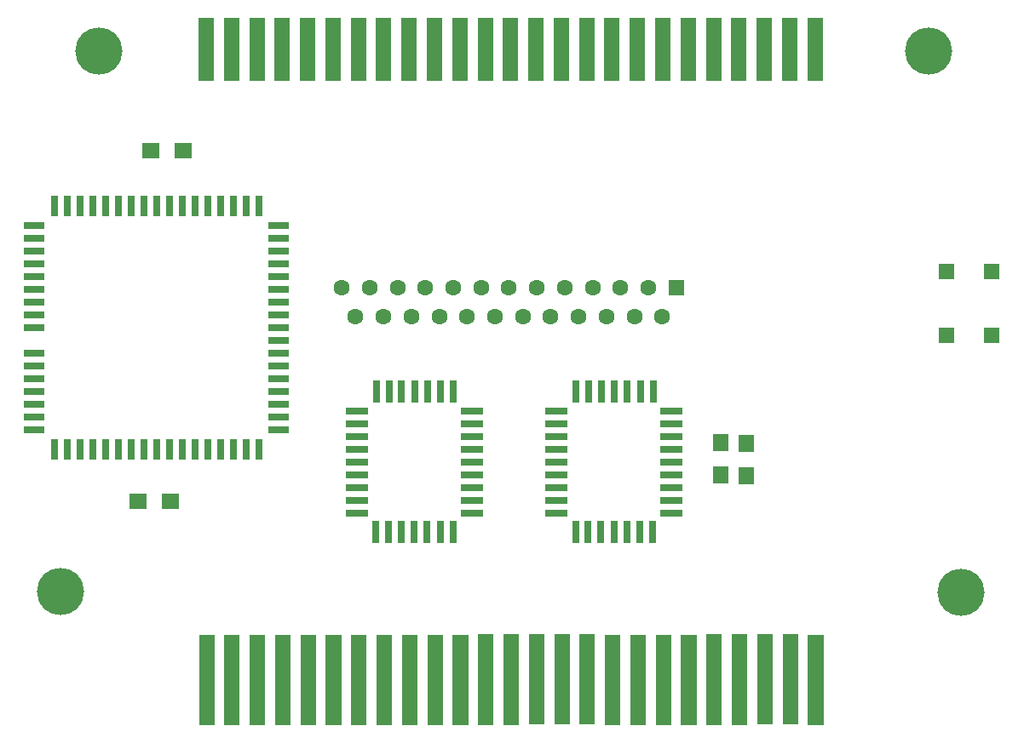
<source format=gbr>
%TF.GenerationSoftware,KiCad,Pcbnew,(6.0.2)*%
%TF.CreationDate,2022-10-23T11:46:50-05:00*%
%TF.ProjectId,REF1451,52454631-3435-4312-9e6b-696361645f70,rev?*%
%TF.SameCoordinates,Original*%
%TF.FileFunction,Soldermask,Top*%
%TF.FilePolarity,Negative*%
%FSLAX46Y46*%
G04 Gerber Fmt 4.6, Leading zero omitted, Abs format (unit mm)*
G04 Created by KiCad (PCBNEW (6.0.2)) date 2022-10-23 11:46:50*
%MOMM*%
%LPD*%
G01*
G04 APERTURE LIST*
%ADD10C,0.000000*%
%ADD11R,1.530000X6.250000*%
%ADD12R,0.700000X2.270000*%
%ADD13R,2.270000X0.700000*%
%ADD14R,1.700000X1.630000*%
%ADD15R,1.630000X1.710000*%
%ADD16C,4.680000*%
%ADD17R,2.000000X0.750000*%
%ADD18R,0.750000X2.000000*%
%ADD19R,1.590000X1.590000*%
%ADD20R,1.630000X1.700000*%
%ADD21R,1.530000X9.000000*%
%ADD22R,1.600000X1.600000*%
%ADD23C,1.600000*%
G04 APERTURE END LIST*
D10*
G36*
X122522900Y-129870900D02*
G01*
X120992900Y-129870900D01*
X120992900Y-120870900D01*
X122522900Y-120870900D01*
X122522900Y-129870900D01*
G37*
G36*
X160349200Y-129867700D02*
G01*
X158819200Y-129867700D01*
X158819200Y-120867700D01*
X160349200Y-120867700D01*
X160349200Y-129867700D01*
G37*
G36*
X162870900Y-129857900D02*
G01*
X161340900Y-129857900D01*
X161340900Y-120857900D01*
X162870900Y-120857900D01*
X162870900Y-129857900D01*
G37*
G36*
X135132200Y-129851700D02*
G01*
X133602200Y-129851700D01*
X133602200Y-120851700D01*
X135132200Y-120851700D01*
X135132200Y-129851700D01*
G37*
G36*
X142696900Y-129849900D02*
G01*
X141166900Y-129849900D01*
X141166900Y-120849900D01*
X142696900Y-120849900D01*
X142696900Y-129849900D01*
G37*
G36*
X147739900Y-129824900D02*
G01*
X146209900Y-129824900D01*
X146209900Y-120824900D01*
X147739900Y-120824900D01*
X147739900Y-129824900D01*
G37*
G36*
X117478900Y-129871900D02*
G01*
X115948900Y-129871900D01*
X115948900Y-120871900D01*
X117478900Y-120871900D01*
X117478900Y-129871900D01*
G37*
G36*
X152783900Y-129809900D02*
G01*
X151253900Y-129809900D01*
X151253900Y-120809900D01*
X152783900Y-120809900D01*
X152783900Y-129809900D01*
G37*
G36*
X165393200Y-129852700D02*
G01*
X163863200Y-129852700D01*
X163863200Y-120852700D01*
X165393200Y-120852700D01*
X165393200Y-129852700D01*
G37*
G36*
X137652900Y-129864900D02*
G01*
X136122900Y-129864900D01*
X136122900Y-120864900D01*
X137652900Y-120864900D01*
X137652900Y-129864900D01*
G37*
G36*
X130088200Y-129866700D02*
G01*
X128558200Y-129866700D01*
X128558200Y-120866700D01*
X130088200Y-120866700D01*
X130088200Y-129866700D01*
G37*
G36*
X175480200Y-129812700D02*
G01*
X173950200Y-129812700D01*
X173950200Y-120812700D01*
X175480200Y-120812700D01*
X175480200Y-129812700D01*
G37*
G36*
X172957900Y-129817900D02*
G01*
X171427900Y-129817900D01*
X171427900Y-120817900D01*
X172957900Y-120817900D01*
X172957900Y-129817900D01*
G37*
G36*
X157826900Y-129872900D02*
G01*
X156296900Y-129872900D01*
X156296900Y-120872900D01*
X157826900Y-120872900D01*
X157826900Y-129872900D01*
G37*
G36*
X120001200Y-129875700D02*
G01*
X118471200Y-129875700D01*
X118471200Y-120875700D01*
X120001200Y-120875700D01*
X120001200Y-129875700D01*
G37*
G36*
X140175200Y-129859700D02*
G01*
X138645200Y-129859700D01*
X138645200Y-120859700D01*
X140175200Y-120859700D01*
X140175200Y-129859700D01*
G37*
G36*
X132609900Y-129856900D02*
G01*
X131079900Y-129856900D01*
X131079900Y-120856900D01*
X132609900Y-120856900D01*
X132609900Y-129856900D01*
G37*
G36*
X127565900Y-129871900D02*
G01*
X126035900Y-129871900D01*
X126035900Y-120871900D01*
X127565900Y-120871900D01*
X127565900Y-129871900D01*
G37*
G36*
X125045200Y-129865700D02*
G01*
X123515200Y-129865700D01*
X123515200Y-120865700D01*
X125045200Y-120865700D01*
X125045200Y-129865700D01*
G37*
G36*
X155306200Y-129804700D02*
G01*
X153776200Y-129804700D01*
X153776200Y-120804700D01*
X155306200Y-120804700D01*
X155306200Y-129804700D01*
G37*
G36*
X167913900Y-129832900D02*
G01*
X166383900Y-129832900D01*
X166383900Y-120832900D01*
X167913900Y-120832900D01*
X167913900Y-129832900D01*
G37*
G36*
X170436200Y-129827700D02*
G01*
X168906200Y-129827700D01*
X168906200Y-120827700D01*
X170436200Y-120827700D01*
X170436200Y-129827700D01*
G37*
G36*
X150262200Y-129819700D02*
G01*
X148732200Y-129819700D01*
X148732200Y-120819700D01*
X150262200Y-120819700D01*
X150262200Y-129819700D01*
G37*
G36*
X145219200Y-129844700D02*
G01*
X143689200Y-129844700D01*
X143689200Y-120844700D01*
X145219200Y-120844700D01*
X145219200Y-129844700D01*
G37*
G36*
X178002200Y-129871700D02*
G01*
X176472200Y-129871700D01*
X176472200Y-120871700D01*
X178002200Y-120871700D01*
X178002200Y-129871700D01*
G37*
D11*
%TO.C,J2*%
X116659000Y-62620000D03*
X119177000Y-62620000D03*
X121702000Y-62620000D03*
X124229000Y-62620000D03*
X126748000Y-62620000D03*
X129267000Y-62620000D03*
X131790000Y-62620000D03*
X134309000Y-62620000D03*
X136828000Y-62620000D03*
X139356000Y-62620000D03*
X141881000Y-62620000D03*
X144402000Y-62620000D03*
X146926000Y-62620000D03*
X149446000Y-62620000D03*
X151966000Y-62620000D03*
X154485000Y-62620000D03*
X157003000Y-62620000D03*
X159527000Y-62620000D03*
X162053000Y-62620000D03*
X164571000Y-62620000D03*
X167091000Y-62620000D03*
X169610000Y-62620000D03*
X172140000Y-62620000D03*
X174666000Y-62620000D03*
X177185000Y-62620000D03*
%TD*%
D12*
%TO.C,U2*%
X137360500Y-110675000D03*
X138629500Y-110674000D03*
X139939500Y-110673000D03*
X141209500Y-110673000D03*
D13*
X143072500Y-108768000D03*
X143075500Y-107538000D03*
X143073500Y-106231000D03*
X143074500Y-104960000D03*
X143076500Y-103728000D03*
X143073500Y-102417000D03*
X143074500Y-101149000D03*
X143074500Y-99878000D03*
X143074500Y-98610000D03*
D12*
X141249500Y-96704000D03*
X139979500Y-96705000D03*
X138669500Y-96703000D03*
X137398500Y-96701000D03*
X136087500Y-96704000D03*
X134821500Y-96701000D03*
X133590500Y-96703000D03*
D13*
X131644500Y-98609000D03*
X131644500Y-99881000D03*
X131643500Y-101149000D03*
X131644500Y-102420000D03*
X131645500Y-103727000D03*
X131644500Y-104959000D03*
X131647500Y-106228000D03*
X131644500Y-107540000D03*
X131643500Y-108771000D03*
D12*
X133548500Y-110675000D03*
X134779500Y-110672000D03*
X136050500Y-110673000D03*
%TD*%
D14*
%TO.C,C2*%
X109882400Y-107603100D03*
X113100400Y-107603100D03*
%TD*%
D15*
%TO.C,R1*%
X170349600Y-101804000D03*
X170342600Y-105031000D03*
%TD*%
D16*
%TO.C,Hole4*%
X191634000Y-116655000D03*
%TD*%
D14*
%TO.C,C1*%
X111180400Y-72674100D03*
X114398400Y-72674100D03*
%TD*%
D16*
%TO.C,Hole2*%
X102177000Y-116610000D03*
%TD*%
%TO.C,Hole1*%
X106028000Y-62798000D03*
%TD*%
%TO.C,Hole3*%
X188459000Y-62837000D03*
%TD*%
D17*
%TO.C,U3*%
X99595000Y-90348000D03*
X99595000Y-92888000D03*
X99595000Y-94158000D03*
X99595000Y-95428000D03*
X99595000Y-96698000D03*
X99595000Y-97968000D03*
X99595000Y-99238000D03*
X99595000Y-100508000D03*
D18*
X101560000Y-102473000D03*
X102830000Y-102473000D03*
X104100000Y-102473000D03*
X105370000Y-102473000D03*
X106640000Y-102473000D03*
X107910000Y-102473000D03*
X109180000Y-102473000D03*
X110450000Y-102473000D03*
X111720000Y-102473000D03*
X112990000Y-102473000D03*
X114260000Y-102473000D03*
X115530000Y-102473000D03*
X116800000Y-102473000D03*
X118070000Y-102473000D03*
X119340000Y-102473000D03*
X120610000Y-102473000D03*
X121880000Y-102473000D03*
D17*
X123845000Y-100508000D03*
X123845000Y-99238000D03*
X123845000Y-97968000D03*
X123845000Y-96698000D03*
X123845000Y-95428000D03*
X123845000Y-94158000D03*
X123845000Y-92888000D03*
X123845000Y-91618000D03*
X123845000Y-90348000D03*
X123845000Y-89078000D03*
X123845000Y-87808000D03*
X123845000Y-86538000D03*
X123845000Y-85268000D03*
X123845000Y-83998000D03*
X123845000Y-82728000D03*
X123845000Y-81458000D03*
X123845000Y-80188000D03*
D18*
X121880000Y-78223000D03*
X120610000Y-78223000D03*
X119340000Y-78223000D03*
X118070000Y-78223000D03*
X116800000Y-78223000D03*
X115530000Y-78223000D03*
X114260000Y-78223000D03*
X112990000Y-78223000D03*
X111720000Y-78223000D03*
X110450000Y-78223000D03*
X109180000Y-78223000D03*
X107910000Y-78223000D03*
X106640000Y-78223000D03*
X105370000Y-78223000D03*
X104100000Y-78223000D03*
X102830000Y-78223000D03*
X101560000Y-78223000D03*
D17*
X99595000Y-80188000D03*
X99595000Y-81458000D03*
X99595000Y-82728000D03*
X99595000Y-83998000D03*
X99595000Y-85268000D03*
X99595000Y-86538000D03*
X99595000Y-87808000D03*
X99595000Y-89078000D03*
%TD*%
D12*
%TO.C,U1*%
X157189500Y-110675000D03*
X158458500Y-110674000D03*
X159768500Y-110673000D03*
X161038500Y-110673000D03*
D13*
X162901500Y-108768000D03*
X162904500Y-107538000D03*
X162902500Y-106231000D03*
X162903500Y-104960000D03*
X162905500Y-103728000D03*
X162902500Y-102417000D03*
X162903500Y-101149000D03*
X162903500Y-99878000D03*
X162903500Y-98610000D03*
D12*
X161078500Y-96704000D03*
X159808500Y-96705000D03*
X158498500Y-96703000D03*
X157227500Y-96701000D03*
X155916500Y-96704000D03*
X154650500Y-96701000D03*
X153419500Y-96703000D03*
D13*
X151473500Y-98609000D03*
X151473500Y-99881000D03*
X151472500Y-101149000D03*
X151473500Y-102420000D03*
X151474500Y-103727000D03*
X151473500Y-104959000D03*
X151476500Y-106228000D03*
X151473500Y-107540000D03*
X151472500Y-108771000D03*
D12*
X153377500Y-110675000D03*
X154608500Y-110672000D03*
X155879500Y-110673000D03*
%TD*%
D19*
%TO.C,SW1*%
X190205000Y-91084000D03*
X190245000Y-84734000D03*
X194691000Y-91087000D03*
X194730000Y-84735000D03*
%TD*%
D20*
%TO.C,C3*%
X167796900Y-101795400D03*
X167796900Y-105013400D03*
%TD*%
D21*
%TO.C,J4*%
X116705000Y-125369000D03*
X119223000Y-125383000D03*
X121748000Y-125371000D03*
X124275000Y-125365000D03*
X126794000Y-125379000D03*
X129313000Y-125365000D03*
X131836000Y-125354000D03*
X134355000Y-125340000D03*
X136874000Y-125368000D03*
X139402000Y-125368000D03*
X141927000Y-125359000D03*
X144448000Y-125351000D03*
X146972000Y-125335000D03*
X149492000Y-125308000D03*
X152012000Y-125320000D03*
X154531000Y-125306000D03*
X157049000Y-125372000D03*
X159573000Y-125366000D03*
X162099000Y-125356000D03*
X164617000Y-125352000D03*
X167137000Y-125337000D03*
X169656000Y-125337000D03*
X172186000Y-125321000D03*
X174712000Y-125320000D03*
X177231000Y-125379000D03*
%TD*%
D22*
%TO.C,J1*%
X163369000Y-86383700D03*
D23*
X160599000Y-86383700D03*
X157829000Y-86383700D03*
X155059000Y-86383700D03*
X152289000Y-86383700D03*
X149519000Y-86383700D03*
X146749000Y-86383700D03*
X143979000Y-86383700D03*
X141209000Y-86383700D03*
X138439000Y-86383700D03*
X135669000Y-86383700D03*
X132899000Y-86383700D03*
X130129000Y-86383700D03*
X161984000Y-89223700D03*
X159214000Y-89223700D03*
X156444000Y-89223700D03*
X153674000Y-89223700D03*
X150904000Y-89223700D03*
X148134000Y-89223700D03*
X145364000Y-89223700D03*
X142594000Y-89223700D03*
X139824000Y-89223700D03*
X137054000Y-89223700D03*
X134284000Y-89223700D03*
X131514000Y-89223700D03*
%TD*%
M02*

</source>
